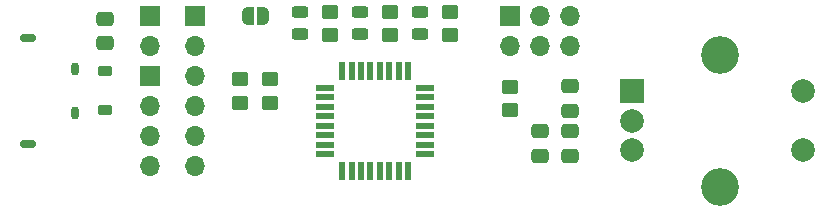
<source format=gts>
%TF.GenerationSoftware,KiCad,Pcbnew,7.0.2-1.fc38*%
%TF.CreationDate,2023-06-01T20:35:21+02:00*%
%TF.ProjectId,laserhead-distance-sensor,6c617365-7268-4656-9164-2d6469737461,v1.0*%
%TF.SameCoordinates,Original*%
%TF.FileFunction,Soldermask,Top*%
%TF.FilePolarity,Negative*%
%FSLAX46Y46*%
G04 Gerber Fmt 4.6, Leading zero omitted, Abs format (unit mm)*
G04 Created by KiCad (PCBNEW 7.0.2-1.fc38) date 2023-06-01 20:35:21*
%MOMM*%
%LPD*%
G01*
G04 APERTURE LIST*
G04 Aperture macros list*
%AMRoundRect*
0 Rectangle with rounded corners*
0 $1 Rounding radius*
0 $2 $3 $4 $5 $6 $7 $8 $9 X,Y pos of 4 corners*
0 Add a 4 corners polygon primitive as box body*
4,1,4,$2,$3,$4,$5,$6,$7,$8,$9,$2,$3,0*
0 Add four circle primitives for the rounded corners*
1,1,$1+$1,$2,$3*
1,1,$1+$1,$4,$5*
1,1,$1+$1,$6,$7*
1,1,$1+$1,$8,$9*
0 Add four rect primitives between the rounded corners*
20,1,$1+$1,$2,$3,$4,$5,0*
20,1,$1+$1,$4,$5,$6,$7,0*
20,1,$1+$1,$6,$7,$8,$9,0*
20,1,$1+$1,$8,$9,$2,$3,0*%
%AMFreePoly0*
4,1,19,0.500000,-0.750000,0.000000,-0.750000,0.000000,-0.744911,-0.071157,-0.744911,-0.207708,-0.704816,-0.327430,-0.627875,-0.420627,-0.520320,-0.479746,-0.390866,-0.500000,-0.250000,-0.500000,0.250000,-0.479746,0.390866,-0.420627,0.520320,-0.327430,0.627875,-0.207708,0.704816,-0.071157,0.744911,0.000000,0.744911,0.000000,0.750000,0.500000,0.750000,0.500000,-0.750000,0.500000,-0.750000,
$1*%
%AMFreePoly1*
4,1,19,0.000000,0.744911,0.071157,0.744911,0.207708,0.704816,0.327430,0.627875,0.420627,0.520320,0.479746,0.390866,0.500000,0.250000,0.500000,-0.250000,0.479746,-0.390866,0.420627,-0.520320,0.327430,-0.627875,0.207708,-0.704816,0.071157,-0.744911,0.000000,-0.744911,0.000000,-0.750000,-0.500000,-0.750000,-0.500000,0.750000,0.000000,0.750000,0.000000,0.744911,0.000000,0.744911,
$1*%
G04 Aperture macros list end*
%ADD10RoundRect,0.250000X0.450000X-0.350000X0.450000X0.350000X-0.450000X0.350000X-0.450000X-0.350000X0*%
%ADD11R,2.000000X2.000000*%
%ADD12C,2.000000*%
%ADD13C,3.200000*%
%ADD14RoundRect,0.250000X0.475000X-0.337500X0.475000X0.337500X-0.475000X0.337500X-0.475000X-0.337500X0*%
%ADD15RoundRect,0.243750X-0.456250X0.243750X-0.456250X-0.243750X0.456250X-0.243750X0.456250X0.243750X0*%
%ADD16RoundRect,0.225000X-0.375000X0.225000X-0.375000X-0.225000X0.375000X-0.225000X0.375000X0.225000X0*%
%ADD17RoundRect,0.250000X-0.475000X0.337500X-0.475000X-0.337500X0.475000X-0.337500X0.475000X0.337500X0*%
%ADD18R,0.550000X1.600000*%
%ADD19R,1.600000X0.550000*%
%ADD20O,0.700000X1.100000*%
%ADD21O,1.400000X0.700000*%
%ADD22RoundRect,0.250000X-0.450000X0.350000X-0.450000X-0.350000X0.450000X-0.350000X0.450000X0.350000X0*%
%ADD23R,1.700000X1.700000*%
%ADD24O,1.700000X1.700000*%
%ADD25FreePoly0,180.000000*%
%ADD26FreePoly1,180.000000*%
G04 APERTURE END LIST*
D10*
%TO.C,R4*%
X233712500Y-124825000D03*
X233712500Y-122825000D03*
%TD*%
D11*
%TO.C,SW1*%
X249068500Y-129580000D03*
D12*
X249068500Y-134580000D03*
X249068500Y-132080000D03*
D13*
X256568500Y-126480000D03*
X256568500Y-137680000D03*
D12*
X263568500Y-134580000D03*
X263568500Y-129580000D03*
%TD*%
D14*
%TO.C,C4*%
X204470000Y-125497500D03*
X204470000Y-123422500D03*
%TD*%
D15*
%TO.C,D2*%
X231172500Y-122887500D03*
X231172500Y-124762500D03*
%TD*%
D16*
%TO.C,D1*%
X204470000Y-127890000D03*
X204470000Y-131190000D03*
%TD*%
D17*
%TO.C,C1*%
X243872500Y-129137500D03*
X243872500Y-131212500D03*
%TD*%
D18*
%TO.C,U1*%
X224562500Y-136330000D03*
X225362500Y-136330000D03*
X226162500Y-136330000D03*
X226962500Y-136330000D03*
X227762500Y-136330000D03*
X228562500Y-136330000D03*
X229362500Y-136330000D03*
X230162500Y-136330000D03*
D19*
X231612500Y-134880000D03*
X231612500Y-134080000D03*
X231612500Y-133280000D03*
X231612500Y-132480000D03*
X231612500Y-131680000D03*
X231612500Y-130880000D03*
X231612500Y-130080000D03*
X231612500Y-129280000D03*
D18*
X230162500Y-127830000D03*
X229362500Y-127830000D03*
X228562500Y-127830000D03*
X227762500Y-127830000D03*
X226962500Y-127830000D03*
X226162500Y-127830000D03*
X225362500Y-127830000D03*
X224562500Y-127830000D03*
D19*
X223112500Y-129280000D03*
X223112500Y-130080000D03*
X223112500Y-130880000D03*
X223112500Y-131680000D03*
X223112500Y-132480000D03*
X223112500Y-133280000D03*
X223112500Y-134080000D03*
X223112500Y-134880000D03*
%TD*%
D10*
%TO.C,R6*%
X223552500Y-124825000D03*
X223552500Y-122825000D03*
%TD*%
D14*
%TO.C,C2*%
X243872500Y-135022500D03*
X243872500Y-132947500D03*
%TD*%
D20*
%TO.C,J2*%
X201930000Y-127690000D03*
X201930000Y-131390000D03*
D21*
X197980000Y-134040000D03*
X197980000Y-125040000D03*
%TD*%
D22*
%TO.C,R1*%
X238792500Y-129175000D03*
X238792500Y-131175000D03*
%TD*%
D15*
%TO.C,D3*%
X226092500Y-122887500D03*
X226092500Y-124762500D03*
%TD*%
D10*
%TO.C,R5*%
X228632500Y-124825000D03*
X228632500Y-122825000D03*
%TD*%
D15*
%TO.C,D4*%
X221012500Y-122887500D03*
X221012500Y-124762500D03*
%TD*%
D22*
%TO.C,R3*%
X218472500Y-128540000D03*
X218472500Y-130540000D03*
%TD*%
%TO.C,R2*%
X215932500Y-128540000D03*
X215932500Y-130540000D03*
%TD*%
D14*
%TO.C,C3*%
X241332500Y-135022500D03*
X241332500Y-132947500D03*
%TD*%
D23*
%TO.C,J5*%
X208312500Y-123185000D03*
D24*
X208312500Y-125725000D03*
%TD*%
D25*
%TO.C,JP1*%
X217852500Y-123190000D03*
D26*
X216552500Y-123190000D03*
%TD*%
D23*
%TO.C,J1*%
X208312500Y-128270000D03*
D24*
X208312500Y-130810000D03*
X208312500Y-133350000D03*
X208312500Y-135890000D03*
%TD*%
D23*
%TO.C,J3*%
X212122500Y-123190000D03*
D24*
X212122500Y-125730000D03*
X212122500Y-128270000D03*
X212122500Y-130810000D03*
X212122500Y-133350000D03*
X212122500Y-135890000D03*
%TD*%
D23*
%TO.C,J4*%
X238807500Y-123185000D03*
D24*
X238807500Y-125725000D03*
X241347500Y-123185000D03*
X241347500Y-125725000D03*
X243887500Y-123185000D03*
X243887500Y-125725000D03*
%TD*%
M02*

</source>
